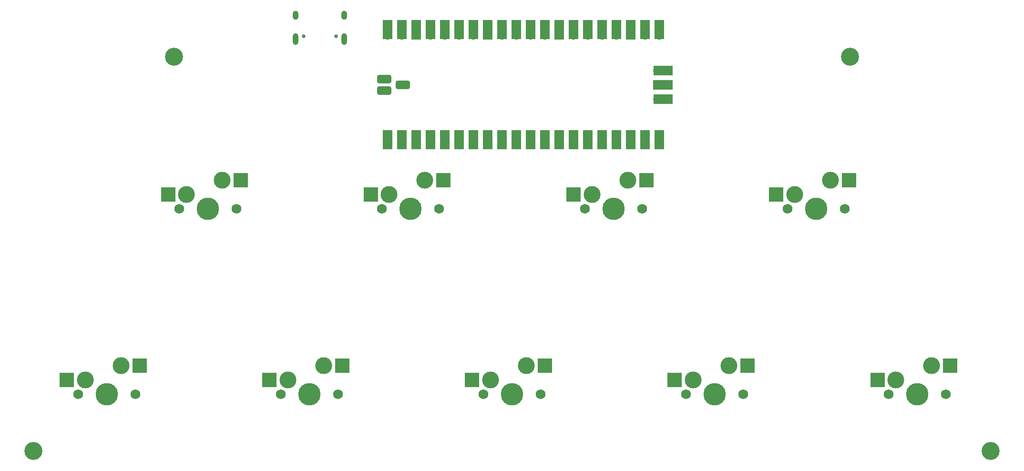
<source format=gbs>
%TF.GenerationSoftware,KiCad,Pcbnew,(6.0.7)*%
%TF.CreationDate,2023-03-11T10:43:17+08:00*%
%TF.ProjectId,popn_pico,706f706e-5f70-4696-936f-2e6b69636164,rev?*%
%TF.SameCoordinates,Original*%
%TF.FileFunction,Soldermask,Bot*%
%TF.FilePolarity,Negative*%
%FSLAX46Y46*%
G04 Gerber Fmt 4.6, Leading zero omitted, Abs format (unit mm)*
G04 Created by KiCad (PCBNEW (6.0.7)) date 2023-03-11 10:43:17*
%MOMM*%
%LPD*%
G01*
G04 APERTURE LIST*
G04 Aperture macros list*
%AMRoundRect*
0 Rectangle with rounded corners*
0 $1 Rounding radius*
0 $2 $3 $4 $5 $6 $7 $8 $9 X,Y pos of 4 corners*
0 Add a 4 corners polygon primitive as box body*
4,1,4,$2,$3,$4,$5,$6,$7,$8,$9,$2,$3,0*
0 Add four circle primitives for the rounded corners*
1,1,$1+$1,$2,$3*
1,1,$1+$1,$4,$5*
1,1,$1+$1,$6,$7*
1,1,$1+$1,$8,$9*
0 Add four rect primitives between the rounded corners*
20,1,$1+$1,$2,$3,$4,$5,0*
20,1,$1+$1,$4,$5,$6,$7,0*
20,1,$1+$1,$6,$7,$8,$9,0*
20,1,$1+$1,$8,$9,$2,$3,0*%
G04 Aperture macros list end*
%ADD10C,3.200000*%
%ADD11C,3.000000*%
%ADD12C,3.987800*%
%ADD13C,1.750000*%
%ADD14R,2.550000X2.500000*%
%ADD15C,0.650000*%
%ADD16O,1.000000X2.100000*%
%ADD17O,1.000000X1.600000*%
%ADD18R,1.700000X3.500000*%
%ADD19O,1.700000X1.700000*%
%ADD20R,1.700000X1.700000*%
%ADD21R,3.500000X1.700000*%
%ADD22RoundRect,0.300000X-0.950000X0.450000X-0.950000X-0.450000X0.950000X-0.450000X0.950000X0.450000X0*%
G04 APERTURE END LIST*
D10*
%TO.C,REF\u002A\u002A*%
X62320000Y-142400000D03*
%TD*%
%TO.C,REF\u002A\u002A*%
X87320000Y-72400000D03*
%TD*%
%TO.C,REF\u002A\u002A*%
X207320000Y-72400000D03*
%TD*%
%TO.C,REF\u002A\u002A*%
X232320000Y-142400000D03*
%TD*%
D11*
%TO.C,MX7*%
X179510000Y-129860000D03*
D12*
X183320000Y-132400000D03*
D13*
X178240000Y-132400000D03*
D11*
X185860000Y-127320000D03*
D13*
X188400000Y-132400000D03*
D14*
X176235000Y-129860000D03*
X189162000Y-127320000D03*
%TD*%
D11*
%TO.C,MX9*%
X221860000Y-127320000D03*
X215510000Y-129860000D03*
D13*
X214240000Y-132400000D03*
X224400000Y-132400000D03*
D12*
X219320000Y-132400000D03*
D14*
X212235000Y-129860000D03*
X225162000Y-127320000D03*
%TD*%
D11*
%TO.C,MX8*%
X197510000Y-96860000D03*
D13*
X196240000Y-99400000D03*
D12*
X201320000Y-99400000D03*
D11*
X203860000Y-94320000D03*
D13*
X206400000Y-99400000D03*
D14*
X194235000Y-96860000D03*
X207162000Y-94320000D03*
%TD*%
D11*
%TO.C,MX1*%
X71510000Y-129860000D03*
X77860000Y-127320000D03*
D13*
X70240000Y-132400000D03*
D12*
X75320000Y-132400000D03*
D13*
X80400000Y-132400000D03*
D14*
X68235000Y-129860000D03*
X81162000Y-127320000D03*
%TD*%
D13*
%TO.C,MX5*%
X152400000Y-132400000D03*
D11*
X149860000Y-127320000D03*
D12*
X147320000Y-132400000D03*
D13*
X142240000Y-132400000D03*
D11*
X143510000Y-129860000D03*
D14*
X140235000Y-129860000D03*
X153162000Y-127320000D03*
%TD*%
D13*
%TO.C,MX4*%
X124240000Y-99400000D03*
X134400000Y-99400000D03*
D12*
X129320000Y-99400000D03*
D11*
X131860000Y-94320000D03*
X125510000Y-96860000D03*
D14*
X122235000Y-96860000D03*
X135162000Y-94320000D03*
%TD*%
D13*
%TO.C,MX6*%
X160240000Y-99400000D03*
D12*
X165320000Y-99400000D03*
D13*
X170400000Y-99400000D03*
D11*
X167860000Y-94320000D03*
X161510000Y-96860000D03*
D14*
X158235000Y-96860000D03*
X171162000Y-94320000D03*
%TD*%
D11*
%TO.C,MX2*%
X95860000Y-94320000D03*
X89510000Y-96860000D03*
D13*
X98400000Y-99400000D03*
D12*
X93320000Y-99400000D03*
D13*
X88240000Y-99400000D03*
D14*
X86235000Y-96860000D03*
X99162000Y-94320000D03*
%TD*%
D13*
%TO.C,MX3*%
X106240000Y-132400000D03*
D12*
X111320000Y-132400000D03*
D13*
X116400000Y-132400000D03*
D11*
X107510000Y-129860000D03*
X113860000Y-127320000D03*
D14*
X104235000Y-129860000D03*
X117162000Y-127320000D03*
%TD*%
D15*
%TO.C,USB1*%
X116110000Y-68737500D03*
X110330000Y-68737500D03*
D16*
X108900000Y-69267500D03*
D17*
X117540000Y-65087500D03*
D16*
X117540000Y-69267500D03*
D17*
X108900000Y-65087500D03*
%TD*%
D18*
%TO.C,U1*%
X125190000Y-67610000D03*
D19*
X125190000Y-68510000D03*
D18*
X127730000Y-67610000D03*
D19*
X127730000Y-68510000D03*
D20*
X130270000Y-68510000D03*
D18*
X130270000Y-67610000D03*
D19*
X132810000Y-68510000D03*
D18*
X132810000Y-67610000D03*
X135350000Y-67610000D03*
D19*
X135350000Y-68510000D03*
X137890000Y-68510000D03*
D18*
X137890000Y-67610000D03*
D19*
X140430000Y-68510000D03*
D18*
X140430000Y-67610000D03*
D20*
X142970000Y-68510000D03*
D18*
X142970000Y-67610000D03*
D19*
X145510000Y-68510000D03*
D18*
X145510000Y-67610000D03*
X148050000Y-67610000D03*
D19*
X148050000Y-68510000D03*
X150590000Y-68510000D03*
D18*
X150590000Y-67610000D03*
D19*
X153130000Y-68510000D03*
D18*
X153130000Y-67610000D03*
D20*
X155670000Y-68510000D03*
D18*
X155670000Y-67610000D03*
X158210000Y-67610000D03*
D19*
X158210000Y-68510000D03*
D18*
X160750000Y-67610000D03*
D19*
X160750000Y-68510000D03*
D18*
X163290000Y-67610000D03*
D19*
X163290000Y-68510000D03*
D18*
X165830000Y-67610000D03*
D19*
X165830000Y-68510000D03*
D18*
X168370000Y-67610000D03*
D20*
X168370000Y-68510000D03*
D19*
X170910000Y-68510000D03*
D18*
X170910000Y-67610000D03*
D19*
X173450000Y-68510000D03*
D18*
X173450000Y-67610000D03*
X173450000Y-87190000D03*
D19*
X173450000Y-86290000D03*
X170910000Y-86290000D03*
D18*
X170910000Y-87190000D03*
X168370000Y-87190000D03*
D20*
X168370000Y-86290000D03*
D18*
X165830000Y-87190000D03*
D19*
X165830000Y-86290000D03*
X163290000Y-86290000D03*
D18*
X163290000Y-87190000D03*
X160750000Y-87190000D03*
D19*
X160750000Y-86290000D03*
X158210000Y-86290000D03*
D18*
X158210000Y-87190000D03*
X155670000Y-87190000D03*
D20*
X155670000Y-86290000D03*
D18*
X153130000Y-87190000D03*
D19*
X153130000Y-86290000D03*
X150590000Y-86290000D03*
D18*
X150590000Y-87190000D03*
X148050000Y-87190000D03*
D19*
X148050000Y-86290000D03*
X145510000Y-86290000D03*
D18*
X145510000Y-87190000D03*
X142970000Y-87190000D03*
D20*
X142970000Y-86290000D03*
D18*
X140430000Y-87190000D03*
D19*
X140430000Y-86290000D03*
X137890000Y-86290000D03*
D18*
X137890000Y-87190000D03*
X135350000Y-87190000D03*
D19*
X135350000Y-86290000D03*
D18*
X132810000Y-87190000D03*
D19*
X132810000Y-86290000D03*
D20*
X130270000Y-86290000D03*
D18*
X130270000Y-87190000D03*
D19*
X127730000Y-86290000D03*
D18*
X127730000Y-87190000D03*
X125190000Y-87190000D03*
D19*
X125190000Y-86290000D03*
D21*
X174120000Y-74860000D03*
D19*
X173220000Y-74860000D03*
D20*
X173220000Y-77400000D03*
D21*
X174120000Y-77400000D03*
D19*
X173220000Y-79940000D03*
D21*
X174120000Y-79940000D03*
D22*
X127950000Y-77400000D03*
X124670000Y-78400000D03*
X124650000Y-76400000D03*
%TD*%
M02*

</source>
